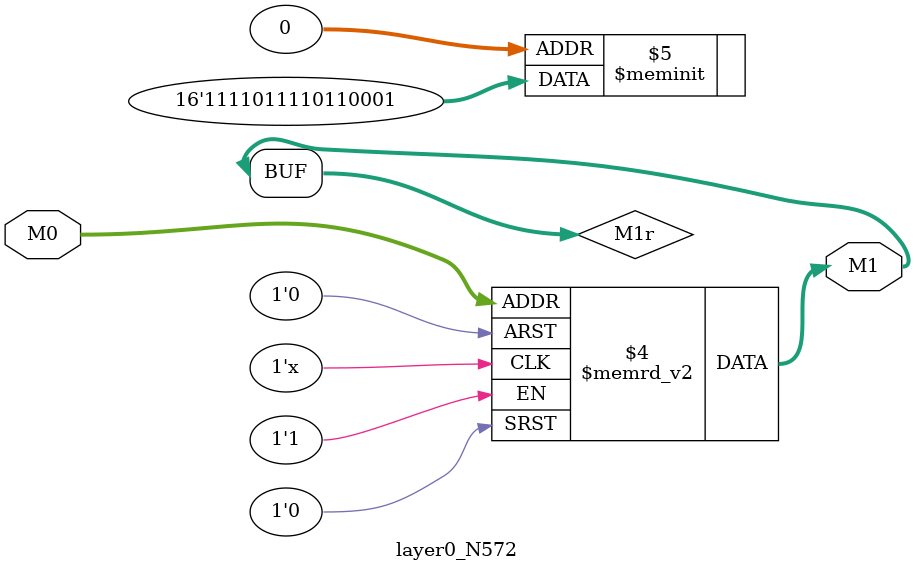
<source format=v>
module layer0_N572 ( input [2:0] M0, output [1:0] M1 );

	(*rom_style = "distributed" *) reg [1:0] M1r;
	assign M1 = M1r;
	always @ (M0) begin
		case (M0)
			3'b000: M1r = 2'b01;
			3'b100: M1r = 2'b11;
			3'b010: M1r = 2'b11;
			3'b110: M1r = 2'b11;
			3'b001: M1r = 2'b00;
			3'b101: M1r = 2'b01;
			3'b011: M1r = 2'b10;
			3'b111: M1r = 2'b11;

		endcase
	end
endmodule

</source>
